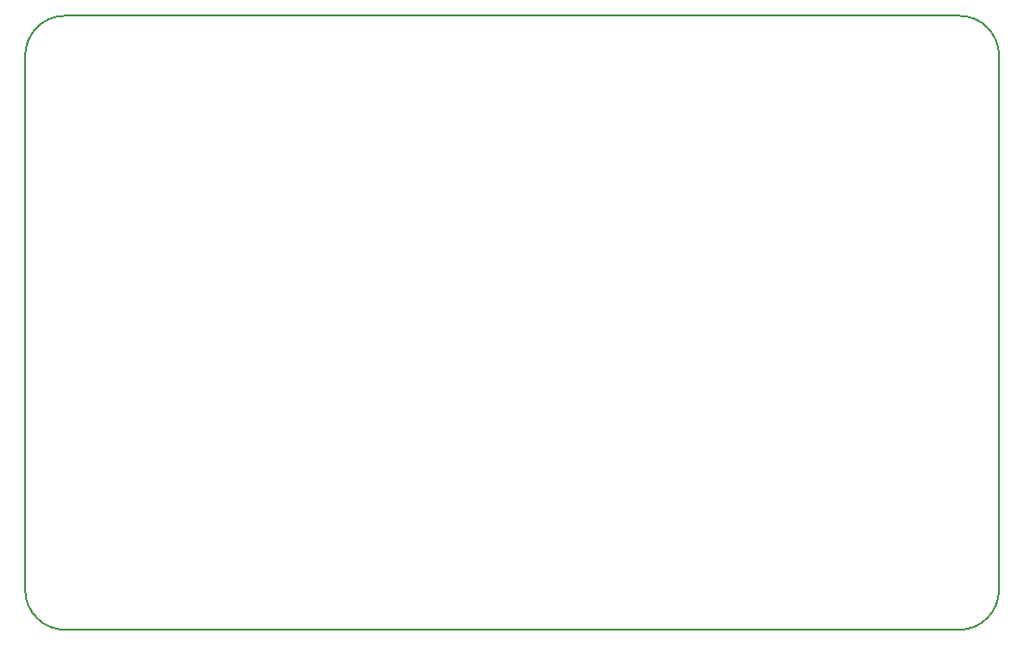
<source format=gbr>
%TF.GenerationSoftware,KiCad,Pcbnew,(7.0.0)*%
%TF.CreationDate,2023-03-20T18:36:51-07:00*%
%TF.ProjectId,Credit Card PCB V1,43726564-6974-4204-9361-726420504342,rev?*%
%TF.SameCoordinates,Original*%
%TF.FileFunction,Profile,NP*%
%FSLAX46Y46*%
G04 Gerber Fmt 4.6, Leading zero omitted, Abs format (unit mm)*
G04 Created by KiCad (PCBNEW (7.0.0)) date 2023-03-20 18:36:51*
%MOMM*%
%LPD*%
G01*
G04 APERTURE LIST*
%TA.AperFunction,Profile*%
%ADD10C,0.150000*%
%TD*%
G04 APERTURE END LIST*
D10*
X84250000Y-115500000D02*
G75*
G03*
X87750000Y-119000000I3500000J0D01*
G01*
X166250000Y-119000000D02*
G75*
G03*
X169750000Y-115500000I0J3500000D01*
G01*
X87750000Y-65000000D02*
X166250000Y-65000000D01*
X84250000Y-68500000D02*
X84250000Y-115500000D01*
X87750000Y-65000000D02*
G75*
G03*
X84250000Y-68500000I0J-3500000D01*
G01*
X169750000Y-115500000D02*
X169750000Y-68500000D01*
X87750000Y-119000000D02*
X166250000Y-119000000D01*
X169750000Y-68500000D02*
G75*
G03*
X166250000Y-65000000I-3500000J0D01*
G01*
M02*

</source>
